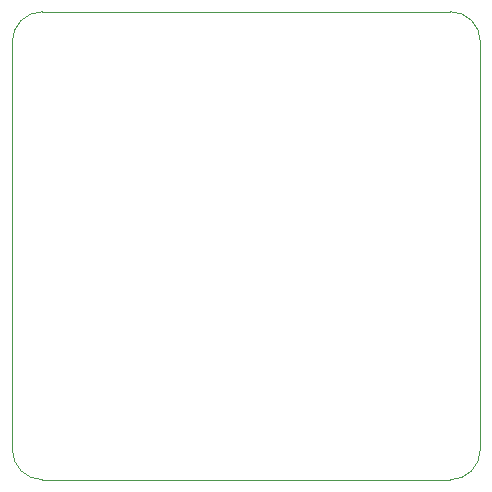
<source format=gbr>
%TF.GenerationSoftware,KiCad,Pcbnew,(6.0.4-0)*%
%TF.CreationDate,2022-06-17T12:44:21-07:00*%
%TF.ProjectId,VIO-Board-rounded,56494f2d-426f-4617-9264-2d726f756e64,rev?*%
%TF.SameCoordinates,Original*%
%TF.FileFunction,Profile,NP*%
%FSLAX46Y46*%
G04 Gerber Fmt 4.6, Leading zero omitted, Abs format (unit mm)*
G04 Created by KiCad (PCBNEW (6.0.4-0)) date 2022-06-17 12:44:21*
%MOMM*%
%LPD*%
G01*
G04 APERTURE LIST*
%TA.AperFunction,Profile*%
%ADD10C,0.100000*%
%TD*%
G04 APERTURE END LIST*
D10*
X93726000Y-90424000D02*
G75*
G03*
X96266000Y-87884000I0J2540000D01*
G01*
X56642000Y-87884000D02*
X56642000Y-53340000D01*
X93726000Y-50800000D02*
X59182000Y-50800000D01*
X56642000Y-87884000D02*
G75*
G03*
X59182000Y-90424000I2540000J0D01*
G01*
X96266000Y-53340000D02*
X96266000Y-87884000D01*
X96266000Y-53340000D02*
G75*
G03*
X93726000Y-50800000I-2540000J0D01*
G01*
X59182000Y-50800000D02*
G75*
G03*
X56642000Y-53340000I0J-2540000D01*
G01*
X93726000Y-90424000D02*
X59182000Y-90424000D01*
M02*

</source>
